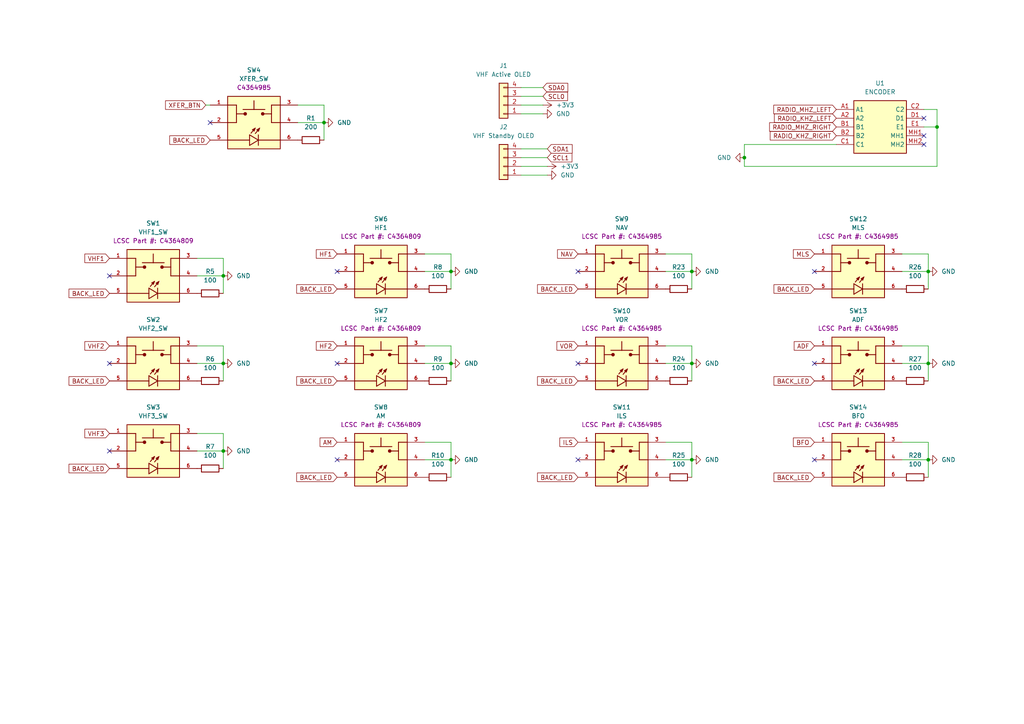
<source format=kicad_sch>
(kicad_sch (version 20250114) (generator "eeschema") (generator_version "9.0")
  (paper "A4")
  (lib_symbols
    (symbol "Connector_Generic:Conn_01x04" (pin_names (offset 1.016) (hide yes))
      (property "Reference" "J" (at 0 5.08 0))
      (property "Value" "Conn_01x04" (at 0 -7.62 0))
      (symbol "Conn_01x04_1_1"
        (rectangle (start -1.27 3.81) (end 1.27 -6.35) (stroke (width 0.254)) (fill (type background)))
        (rectangle (start -1.27 2.667) (end 0 2.413) (stroke (width 0.1524)))
        (rectangle (start -1.27 0.127) (end 0 -0.127) (stroke (width 0.1524)))
        (rectangle (start -1.27 -2.413) (end 0 -2.667) (stroke (width 0.1524)))
        (rectangle (start -1.27 -4.953) (end 0 -5.207) (stroke (width 0.1524)))
        (pin passive line (at -5.08 2.54 0) (length 3.81) (name "Pin_1") (number "1"))
        (pin passive line (at -5.08 0 0) (length 3.81) (name "Pin_2") (number "2"))
        (pin passive line (at -5.08 -2.54 0) (length 3.81) (name "Pin_3") (number "3"))
        (pin passive line (at -5.08 -5.08 0) (length 3.81) (name "Pin_4") (number "4"))
      )
    )
    (symbol "Device:R" (pin_numbers (hide yes)) (pin_names (offset 0))
      (property "Reference" "R" (at 2.032 0 90))
      (property "Value" "R" (at 0 0 90))
      (symbol "R_0_1"
        (rectangle (start -1.016 -2.54) (end 1.016 2.54) (stroke (width 0.254)))
      )
      (symbol "R_1_1"
        (pin passive line (at 0 3.81 270) (length 1.27) (name "~") (number "1"))
        (pin passive line (at 0 -3.81 90) (length 1.27) (name "~") (number "2"))
      )
    )
    (symbol "Simpanel:EC11EBB24C03"
      (property "Reference" "U1" (at 0 12.7 0))
      (property "Value" "EC11EBB24C03" (at 0 10.16 0))
      (symbol "EC11EBB24C03_0_0"
        (pin passive line (at -12.7 5.08 0) (length 5.08) (name "A1") (number "A1"))
        (pin passive line (at -12.7 2.54 0) (length 5.08) (name "A2") (number "A2"))
        (pin passive line (at -12.7 0 0) (length 5.08) (name "B1") (number "B1"))
        (pin passive line (at -12.7 -2.54 0) (length 5.08) (name "B2") (number "B2"))
        (pin passive line (at -12.7 -5.08 0) (length 5.08) (name "C1") (number "C1"))
        (pin passive line (at 12.7 2.54 180) (length 5.08) (name "D1") (number "D1"))
        (pin passive line (at 12.7 -5.08 180) (length 5.08) (name "MH2") (number "MH2"))
      )
      (symbol "EC11EBB24C03_1_0"
        (pin passive line (at 12.7 5.08 180) (length 5.08) (name "C2") (number "C2"))
        (pin passive line (at 12.7 0 180) (length 5.08) (name "E1") (number "E1"))
        (pin passive line (at 12.7 -2.54 180) (length 5.08) (name "MH1") (number "MH1"))
      )
      (symbol "EC11EBB24C03_1_1"
        (polyline (pts (xy -7.62 7.62) (xy 7.62 7.62) (xy 7.62 -7.62) (xy -7.62 -7.62) (xy -7.62 7.62)) (stroke (width 0.254)) (fill (type background)))
      )
    )
    (symbol "Simpanel:TL3240F260R" (pin_names (offset 1.016))
      (property "Reference" "S" (at -7.62 8.382 0))
      (property "Value" "TL3240F260R" (at -7.62 -10.16 0))
      (symbol "TL3240F260R_0_0"
        (polyline (pts (xy -7.62 5.08) (xy -5.08 5.08)) (stroke (width 0.254)))
        (rectangle (start -7.62 -7.62) (end 7.62 7.62) (stroke (width 0.254)) (fill (type background)))
        (polyline (pts (xy -5.08 5.08) (xy -5.08 2.54)) (stroke (width 0.254)))
        (polyline (pts (xy -5.08 2.54) (xy -5.08 0)) (stroke (width 0.254)))
        (polyline (pts (xy -5.08 2.54) (xy -2.54 2.54)) (stroke (width 0.254)))
        (polyline (pts (xy -5.08 0) (xy -7.62 0)) (stroke (width 0.254)))
        (polyline (pts (xy -3.175 3.81) (xy 0 3.81)) (stroke (width 0.254)))
        (circle (center -2.54 2.54) (radius 0.254) (stroke (width 0.508)))
        (polyline (pts (xy -1.27 -3.556) (xy -1.27 -5.08)) (stroke (width 0.254)))
        (polyline (pts (xy -1.27 -5.08) (xy -7.62 -5.08)) (stroke (width 0.254)))
        (polyline (pts (xy -1.27 -5.08) (xy -1.27 -6.604)) (stroke (width 0.254)))
        (polyline (pts (xy -1.27 -6.604) (xy 1.27 -5.08)) (stroke (width 0.254)))
        (polyline (pts (xy -0.508 -2.032) (xy 0.0635 -2.54) (xy 0.4445 -1.524) (xy -0.508 -2.032)) (stroke (width 0.1524)) (fill (type outline)))
        (polyline (pts (xy 0 6.35) (xy 0 3.81)) (stroke (width 0.254)))
        (polyline (pts (xy 0 3.81) (xy 3.175 3.81)) (stroke (width 0.254)))
        (polyline (pts (xy 0.2794 -1.6764) (xy -0.8636 -3.0734)) (stroke (width 0.254)))
        (polyline (pts (xy 0.762 -2.0955) (xy 1.3335 -2.6035) (xy 1.7145 -1.524) (xy 0.762 -2.0955)) (stroke (width 0.1524)) (fill (type outline)))
        (polyline (pts (xy 1.27 -3.556) (xy 1.27 -5.08)) (stroke (width 0.254)))
        (polyline (pts (xy 1.27 -5.08) (xy -1.27 -3.556)) (stroke (width 0.254)))
        (polyline (pts (xy 1.27 -5.08) (xy 1.27 -6.604)) (stroke (width 0.254)))
        (polyline (pts (xy 1.524 -1.778) (xy 0.381 -3.175)) (stroke (width 0.254)))
        (circle (center 2.54 2.54) (radius 0.254) (stroke (width 0.508)))
        (polyline (pts (xy 5.08 5.08) (xy 5.08 2.54)) (stroke (width 0.254)))
        (polyline (pts (xy 5.08 2.54) (xy 2.54 2.54)) (stroke (width 0.254)))
        (polyline (pts (xy 5.08 2.54) (xy 5.08 0)) (stroke (width 0.254)))
        (polyline (pts (xy 5.08 0) (xy 7.62 0)) (stroke (width 0.254)))
        (polyline (pts (xy 7.62 5.08) (xy 5.08 5.08)) (stroke (width 0.254)))
        (polyline (pts (xy 7.62 -5.08) (xy 1.27 -5.08)) (stroke (width 0.254)))
        (pin passive line (at -12.7 5.08 0) (length 5.08) (name "~") (number "1"))
        (pin passive line (at -12.7 0 0) (length 5.08) (name "~") (number "2"))
        (pin passive line (at -12.7 -5.08 0) (length 5.08) (name "~") (number "5"))
        (pin passive line (at 12.7 5.08 180) (length 5.08) (name "~") (number "3"))
        (pin passive line (at 12.7 0 180) (length 5.08) (name "~") (number "4"))
        (pin passive line (at 12.7 -5.08 180) (length 5.08) (name "~") (number "6"))
      )
    )
    (symbol "power:+3V3" (power) (pin_numbers (hide yes)) (pin_names (offset 0) (hide yes))
      (property "Value" "+3V3" (at 0 3.556 0))
      (symbol "+3V3_0_1"
        (polyline (pts (xy -0.762 1.27) (xy 0 2.54)))
        (polyline (pts (xy 0 2.54) (xy 0.762 1.27)))
        (polyline (pts (xy 0 0) (xy 0 2.54)))
      )
      (symbol "+3V3_1_1"
        (pin power_in line (at 0 0 90) (length 0) (name "~") (number "1"))
      )
    )
    (symbol "power:GND" (power) (pin_numbers (hide yes)) (pin_names (offset 0) (hide yes))
      (property "Value" "GND" (at 0 -3.81 0))
      (symbol "GND_0_1"
        (polyline (pts (xy 0 0) (xy 0 -1.27) (xy 1.27 -1.27) (xy 0 -2.54) (xy -1.27 -1.27) (xy 0 -1.27)))
      )
      (symbol "GND_1_1"
        (pin power_in line (at 0 0 270) (length 0) (name "~") (number "1"))
      )
    )
  )
  (junction (at 130.81 78.74))
  (junction (at 93.98 35.56))
  (junction (at 269.24 105.41))
  (junction (at 269.24 133.35))
  (junction (at 269.24 78.74))
  (junction (at 64.77 105.41))
  (junction (at 271.78 36.83))
  (junction (at 64.77 130.81))
  (junction (at 130.81 105.41))
  (junction (at 200.66 133.35))
  (junction (at 130.81 133.35))
  (junction (at 200.66 78.74))
  (junction (at 200.66 105.41))
  (junction (at 64.77 80.01))
  (junction (at 215.9 45.72))
  (no_connect (at 97.79 133.35))
  (no_connect (at 97.79 78.74))
  (no_connect (at 236.22 133.35))
  (no_connect (at 60.96 35.56))
  (no_connect (at 267.97 39.37))
  (no_connect (at 31.75 105.41))
  (no_connect (at 167.64 133.35))
  (no_connect (at 31.75 80.01))
  (no_connect (at 236.22 105.41))
  (no_connect (at 97.79 105.41))
  (no_connect (at 267.97 41.91))
  (no_connect (at 167.64 105.41))
  (no_connect (at 267.97 34.29))
  (no_connect (at 167.64 78.74))
  (no_connect (at 236.22 78.74))
  (no_connect (at 31.75 130.81))
  (wire (pts (xy 57.15 80.01) (xy 64.77 80.01)))
  (wire (pts (xy 158.75 45.72) (xy 151.13 45.72)))
  (wire (pts (xy 86.36 35.56) (xy 93.98 35.56)))
  (wire (pts (xy 193.04 128.27) (xy 200.66 128.27)))
  (wire (pts (xy 123.19 78.74) (xy 130.81 78.74)))
  (wire (pts (xy 64.77 100.33) (xy 64.77 105.41)))
  (wire (pts (xy 151.13 33.02) (xy 157.48 33.02)))
  (wire (pts (xy 93.98 30.48) (xy 93.98 35.56)))
  (wire (pts (xy 267.97 31.75) (xy 271.78 31.75)))
  (wire (pts (xy 193.04 133.35) (xy 200.66 133.35)))
  (wire (pts (xy 130.81 128.27) (xy 130.81 133.35)))
  (wire (pts (xy 64.77 80.01) (xy 64.77 85.09)))
  (wire (pts (xy 269.24 105.41) (xy 269.24 110.49)))
  (wire (pts (xy 200.66 78.74) (xy 200.66 83.82)))
  (wire (pts (xy 57.15 74.93) (xy 64.77 74.93)))
  (wire (pts (xy 130.81 105.41) (xy 130.81 110.49)))
  (wire (pts (xy 64.77 125.73) (xy 64.77 130.81)))
  (wire (pts (xy 215.9 41.91) (xy 215.9 45.72)))
  (wire (pts (xy 123.19 128.27) (xy 130.81 128.27)))
  (wire (pts (xy 157.48 25.4) (xy 151.13 25.4)))
  (wire (pts (xy 261.62 78.74) (xy 269.24 78.74)))
  (wire (pts (xy 200.66 100.33) (xy 200.66 105.41)))
  (wire (pts (xy 267.97 36.83) (xy 271.78 36.83)))
  (wire (pts (xy 157.48 30.48) (xy 151.13 30.48)))
  (wire (pts (xy 200.66 128.27) (xy 200.66 133.35)))
  (wire (pts (xy 193.04 73.66) (xy 200.66 73.66)))
  (wire (pts (xy 123.19 105.41) (xy 130.81 105.41)))
  (wire (pts (xy 130.81 73.66) (xy 130.81 78.74)))
  (wire (pts (xy 269.24 100.33) (xy 269.24 105.41)))
  (wire (pts (xy 158.75 43.18) (xy 151.13 43.18)))
  (wire (pts (xy 57.15 125.73) (xy 64.77 125.73)))
  (wire (pts (xy 193.04 100.33) (xy 200.66 100.33)))
  (wire (pts (xy 261.62 100.33) (xy 269.24 100.33)))
  (wire (pts (xy 269.24 133.35) (xy 269.24 138.43)))
  (wire (pts (xy 57.15 130.81) (xy 64.77 130.81)))
  (wire (pts (xy 123.19 133.35) (xy 130.81 133.35)))
  (wire (pts (xy 64.77 130.81) (xy 64.77 135.89)))
  (wire (pts (xy 193.04 105.41) (xy 200.66 105.41)))
  (wire (pts (xy 158.75 48.26) (xy 151.13 48.26)))
  (wire (pts (xy 269.24 128.27) (xy 269.24 133.35)))
  (wire (pts (xy 57.15 100.33) (xy 64.77 100.33)))
  (wire (pts (xy 269.24 78.74) (xy 269.24 83.82)))
  (wire (pts (xy 200.66 105.41) (xy 200.66 110.49)))
  (wire (pts (xy 64.77 74.93) (xy 64.77 80.01)))
  (wire (pts (xy 123.19 73.66) (xy 130.81 73.66)))
  (wire (pts (xy 242.57 41.91) (xy 215.9 41.91)))
  (wire (pts (xy 261.62 133.35) (xy 269.24 133.35)))
  (wire (pts (xy 59.69 30.48) (xy 60.96 30.48)))
  (wire (pts (xy 123.19 100.33) (xy 130.81 100.33)))
  (wire (pts (xy 261.62 128.27) (xy 269.24 128.27)))
  (wire (pts (xy 193.04 78.74) (xy 200.66 78.74)))
  (wire (pts (xy 57.15 105.41) (xy 64.77 105.41)))
  (wire (pts (xy 200.66 73.66) (xy 200.66 78.74)))
  (wire (pts (xy 93.98 35.56) (xy 93.98 40.64)))
  (wire (pts (xy 271.78 31.75) (xy 271.78 36.83)))
  (wire (pts (xy 215.9 45.72) (xy 215.9 48.26)))
  (wire (pts (xy 151.13 50.8) (xy 158.75 50.8)))
  (wire (pts (xy 271.78 36.83) (xy 271.78 48.26)))
  (wire (pts (xy 130.81 78.74) (xy 130.81 83.82)))
  (wire (pts (xy 261.62 73.66) (xy 269.24 73.66)))
  (wire (pts (xy 130.81 133.35) (xy 130.81 138.43)))
  (wire (pts (xy 271.78 48.26) (xy 215.9 48.26)))
  (wire (pts (xy 157.48 27.94) (xy 151.13 27.94)))
  (wire (pts (xy 200.66 133.35) (xy 200.66 138.43)))
  (wire (pts (xy 269.24 73.66) (xy 269.24 78.74)))
  (wire (pts (xy 261.62 105.41) (xy 269.24 105.41)))
  (wire (pts (xy 64.77 105.41) (xy 64.77 110.49)))
  (wire (pts (xy 130.81 100.33) (xy 130.81 105.41)))
  (wire (pts (xy 86.36 30.48) (xy 93.98 30.48)))
  (global_label "SCL0" (shape input) (at 157.48 27.94 0) (property "Intersheetrefs" "${INTERSHEET_REFS}" (effects (hide yes))))
  (global_label "HF2" (shape input) (at 97.79 100.33 180) (property "Intersheetrefs" "${INTERSHEET_REFS}" (effects (hide yes))))
  (global_label "BACK_LED" (shape input) (at 236.22 83.82 180) (property "Intersheetrefs" "${INTERSHEET_REFS}" (effects (hide yes))))
  (global_label "RADIO_KHZ_LEFT" (shape input) (at 242.57 34.29 180) (property "Intersheetrefs" "${INTERSHEET_REFS}" (effects (hide yes))))
  (global_label "BACK_LED" (shape input) (at 167.64 110.49 180) (property "Intersheetrefs" "${INTERSHEET_REFS}" (effects (hide yes))))
  (global_label "BACK_LED" (shape input) (at 236.22 138.43 180) (property "Intersheetrefs" "${INTERSHEET_REFS}" (effects (hide yes))))
  (global_label "BACK_LED" (shape input) (at 97.79 110.49 180) (property "Intersheetrefs" "${INTERSHEET_REFS}" (effects (hide yes))))
  (global_label "BACK_LED" (shape input) (at 97.79 83.82 180) (property "Intersheetrefs" "${INTERSHEET_REFS}" (effects (hide yes))))
  (global_label "BACK_LED" (shape input) (at 31.75 110.49 180) (property "Intersheetrefs" "${INTERSHEET_REFS}" (effects (hide yes))))
  (global_label "BFO" (shape input) (at 236.22 128.27 180) (property "Intersheetrefs" "${INTERSHEET_REFS}" (effects (hide yes))))
  (global_label "BACK_LED" (shape input) (at 97.79 138.43 180) (property "Intersheetrefs" "${INTERSHEET_REFS}" (effects (hide yes))))
  (global_label "VHF2" (shape input) (at 31.75 100.33 180) (property "Intersheetrefs" "${INTERSHEET_REFS}" (effects (hide yes))))
  (global_label "ADF" (shape input) (at 236.22 100.33 180) (property "Intersheetrefs" "${INTERSHEET_REFS}" (effects (hide yes))))
  (global_label "VHF1" (shape input) (at 31.75 74.93 180) (property "Intersheetrefs" "${INTERSHEET_REFS}" (effects (hide yes))))
  (global_label "SCL1" (shape input) (at 158.75 45.72 0) (property "Intersheetrefs" "${INTERSHEET_REFS}" (effects (hide yes))))
  (global_label "AM" (shape input) (at 97.79 128.27 180) (property "Intersheetrefs" "${INTERSHEET_REFS}" (effects (hide yes))))
  (global_label "BACK_LED" (shape input) (at 31.75 85.09 180) (property "Intersheetrefs" "${INTERSHEET_REFS}" (effects (hide yes))))
  (global_label "BACK_LED" (shape input) (at 236.22 110.49 180) (property "Intersheetrefs" "${INTERSHEET_REFS}" (effects (hide yes))))
  (global_label "ILS" (shape input) (at 167.64 128.27 180) (property "Intersheetrefs" "${INTERSHEET_REFS}" (effects (hide yes))))
  (global_label "NAV" (shape input) (at 167.64 73.66 180) (property "Intersheetrefs" "${INTERSHEET_REFS}" (effects (hide yes))))
  (global_label "RADIO_MHZ_RIGHT" (shape input) (at 242.57 36.83 180) (property "Intersheetrefs" "${INTERSHEET_REFS}" (effects (hide yes))))
  (global_label "HF1" (shape input) (at 97.79 73.66 180) (property "Intersheetrefs" "${INTERSHEET_REFS}" (effects (hide yes))))
  (global_label "SDA1" (shape input) (at 158.75 43.18 0) (property "Intersheetrefs" "${INTERSHEET_REFS}" (effects (hide yes))))
  (global_label "VOR" (shape input) (at 167.64 100.33 180) (property "Intersheetrefs" "${INTERSHEET_REFS}" (effects (hide yes))))
  (global_label "RADIO_MHZ_LEFT" (shape input) (at 242.57 31.75 180) (property "Intersheetrefs" "${INTERSHEET_REFS}" (effects (hide yes))))
  (global_label "VHF3" (shape input) (at 31.75 125.73 180) (property "Intersheetrefs" "${INTERSHEET_REFS}" (effects (hide yes))))
  (global_label "XFER_BTN" (shape input) (at 59.69 30.48 180) (property "Intersheetrefs" "${INTERSHEET_REFS}" (effects (hide yes))))
  (global_label "BACK_LED" (shape input) (at 60.96 40.64 180) (property "Intersheetrefs" "${INTERSHEET_REFS}" (effects (hide yes))))
  (global_label "SDA0" (shape input) (at 157.48 25.4 0) (property "Intersheetrefs" "${INTERSHEET_REFS}" (effects (hide yes))))
  (global_label "MLS" (shape input) (at 236.22 73.66 180) (property "Intersheetrefs" "${INTERSHEET_REFS}" (effects (hide yes))))
  (global_label "RADIO_KHZ_RIGHT" (shape input) (at 242.57 39.37 180) (property "Intersheetrefs" "${INTERSHEET_REFS}" (effects (hide yes))))
  (global_label "BACK_LED" (shape input) (at 31.75 135.89 180) (property "Intersheetrefs" "${INTERSHEET_REFS}" (effects (hide yes))))
  (global_label "BACK_LED" (shape input) (at 167.64 138.43 180) (property "Intersheetrefs" "${INTERSHEET_REFS}" (effects (hide yes))))
  (global_label "BACK_LED" (shape input) (at 167.64 83.82 180) (property "Intersheetrefs" "${INTERSHEET_REFS}" (effects (hide yes))))
  (symbol (lib_id "Device:R") (at 60.96 135.89 90) (unit 1)
    (property "Reference" "R7" (at 60.96 129.54 90))
    (property "Value" "100" (at 60.96 132.08 90))
    (property "Footprint" "Resistor_SMD:R_1206_3216Metric_Pad1.30x1.75mm_HandSolder" (effects (hide yes)))
    (property "Description" "Resistor" (effects (hide yes)))
  )
  (symbol (lib_id "Device:R") (at 265.43 83.82 90) (unit 1)
    (property "Reference" "R26" (at 265.43 77.47 90))
    (property "Value" "100" (at 265.43 80.01 90))
    (property "Footprint" "Resistor_SMD:R_1206_3216Metric_Pad1.30x1.75mm_HandSolder" (effects (hide yes)))
    (property "Description" "Resistor" (effects (hide yes)))
  )
  (symbol (lib_id "power:+3V3") (at 157.48 30.48 270) (unit 1)
    (property "Reference" "#PWR050" (effects (hide yes)))
    (property "Value" "+3V3" (at 161.29 30.4799 90) (effects (justify left)))
    (property "Description" "Power symbol creates a global label with name \"+3V3\"" (effects (hide yes)))
  )
  (symbol (lib_id "Device:R") (at 127 83.82 90) (unit 1)
    (property "Reference" "R8" (at 127 77.47 90))
    (property "Value" "100" (at 127 80.01 90))
    (property "Footprint" "Resistor_SMD:R_1206_3216Metric_Pad1.30x1.75mm_HandSolder" (effects (hide yes)))
    (property "Description" "Resistor" (effects (hide yes)))
  )
  (symbol (lib_id "Device:R") (at 265.43 110.49 90) (unit 1)
    (property "Reference" "R27" (at 265.43 104.14 90))
    (property "Value" "100" (at 265.43 106.68 90))
    (property "Footprint" "Resistor_SMD:R_1206_3216Metric_Pad1.30x1.75mm_HandSolder" (effects (hide yes)))
    (property "Description" "Resistor" (effects (hide yes)))
  )
  (symbol (lib_id "Simpanel:TL3240F260R") (at 110.49 78.74 0) (unit 1)
    (property "Reference" "SW6" (at 110.49 63.5 0))
    (property "Value" "HF1" (at 110.49 66.04 0))
    (property "Footprint" "SimPanel:SW_TL3240F260R" (effects (hide yes)))
    (property "Datasheet" "https://www.e-switch.com/wp-content/uploads/2022/06/TL6275.pdf" (effects (hide yes)))
    (property "Description" "Push button switch with LED" (effects (hide yes)))
    (property "LCSC Part #" "C4364809" (at 110.49 68.58 0) (show_name yes))
    (property "MF" "E-Switch" (effects (hide yes)))
    (property "MAXIMUM_PACKAGE_HEIGHT" "8.05mm" (effects (hide yes)))
    (property "Package" "None" (effects (hide yes)))
    (property "Price" "None" (effects (hide yes)))
    (property "Check_prices" "https://www.snapeda.com/parts/TL3240F260R/E-Switch/view-part/?ref=eda" (effects (hide yes)))
    (property "STANDARD" "Manufacturer Recommendations" (effects (hide yes)))
    (property "PARTREV" "D" (effects (hide yes)))
    (property "SnapEDA_Link" "https://www.snapeda.com/parts/TL3240F260R/E-Switch/view-part/?ref=snap" (effects (hide yes)))
    (property "MP" "TL3240F260R" (effects (hide yes)))
    (property "Description_1" "\nTactile Switch SPST-NO Top Actuated Surface Mount\n" (effects (hide yes)))
    (property "Availability" "In Stock" (effects (hide yes)))
    (property "MANUFACTURER" "E-Switch" (effects (hide yes)))
  )
  (symbol (lib_id "Device:R") (at 90.17 40.64 270) (unit 1)
    (property "Reference" "R1" (at 90.17 34.29 90))
    (property "Value" "200" (at 90.17 36.83 90))
    (property "Footprint" "Resistor_SMD:R_1206_3216Metric_Pad1.30x1.75mm_HandSolder" (effects (hide yes)))
    (property "Description" "Resistor" (effects (hide yes)))
  )
  (symbol (lib_id "Simpanel:TL3240F260R") (at 110.49 105.41 0) (unit 1)
    (property "Reference" "SW7" (at 110.49 90.17 0))
    (property "Value" "HF2" (at 110.49 92.71 0))
    (property "Footprint" "SimPanel:SW_TL3240F260R" (effects (hide yes)))
    (property "Datasheet" "https://www.e-switch.com/wp-content/uploads/2022/06/TL6275.pdf" (effects (hide yes)))
    (property "Description" "Push button switch with LED" (effects (hide yes)))
    (property "LCSC Part #" "C4364809" (at 110.49 95.25 0) (show_name yes))
    (property "MF" "E-Switch" (effects (hide yes)))
    (property "MAXIMUM_PACKAGE_HEIGHT" "8.05mm" (effects (hide yes)))
    (property "Package" "None" (effects (hide yes)))
    (property "Price" "None" (effects (hide yes)))
    (property "Check_prices" "https://www.snapeda.com/parts/TL3240F260R/E-Switch/view-part/?ref=eda" (effects (hide yes)))
    (property "STANDARD" "Manufacturer Recommendations" (effects (hide yes)))
    (property "PARTREV" "D" (effects (hide yes)))
    (property "SnapEDA_Link" "https://www.snapeda.com/parts/TL3240F260R/E-Switch/view-part/?ref=snap" (effects (hide yes)))
    (property "MP" "TL3240F260R" (effects (hide yes)))
    (property "Description_1" "\nTactile Switch SPST-NO Top Actuated Surface Mount\n" (effects (hide yes)))
    (property "Availability" "In Stock" (effects (hide yes)))
    (property "MANUFACTURER" "E-Switch" (effects (hide yes)))
  )
  (symbol (lib_id "power:GND") (at 130.81 78.74 90) (unit 1)
    (property "Reference" "#PWR023" (effects (hide yes)))
    (property "Value" "GND" (at 134.62 78.7399 90) (effects (justify right)))
    (property "Description" "Power symbol creates a global label with name \"GND\" , ground" (effects (hide yes)))
  )
  (symbol (lib_id "Device:R") (at 127 138.43 90) (unit 1)
    (property "Reference" "R10" (at 127 132.08 90))
    (property "Value" "100" (at 127 134.62 90))
    (property "Footprint" "Resistor_SMD:R_1206_3216Metric_Pad1.30x1.75mm_HandSolder" (effects (hide yes)))
    (property "Description" "Resistor" (effects (hide yes)))
  )
  (symbol (lib_id "Simpanel:TL3240F260R") (at 44.45 80.01 0) (unit 1)
    (property "Reference" "SW1" (at 44.45 64.77 0))
    (property "Value" "VHF1_SW" (at 44.45 67.31 0))
    (property "Footprint" "SimPanel:SW_TL3240F260R" (effects (hide yes)))
    (property "Datasheet" "https://www.e-switch.com/wp-content/uploads/2022/06/TL6275.pdf" (effects (hide yes)))
    (property "Description" "Push button switch with LED" (effects (hide yes)))
    (property "LCSC Part #" "C4364809" (at 44.45 69.85 0) (show_name yes))
    (property "MF" "E-Switch" (effects (hide yes)))
    (property "MAXIMUM_PACKAGE_HEIGHT" "8.05mm" (effects (hide yes)))
    (property "Package" "None" (effects (hide yes)))
    (property "Price" "None" (effects (hide yes)))
    (property "Check_prices" "https://www.snapeda.com/parts/TL3240F260R/E-Switch/view-part/?ref=eda" (effects (hide yes)))
    (property "STANDARD" "Manufacturer Recommendations" (effects (hide yes)))
    (property "PARTREV" "D" (effects (hide yes)))
    (property "SnapEDA_Link" "https://www.snapeda.com/parts/TL3240F260R/E-Switch/view-part/?ref=snap" (effects (hide yes)))
    (property "MP" "TL3240F260R" (effects (hide yes)))
    (property "Description_1" "\nTactile Switch SPST-NO Top Actuated Surface Mount\n" (effects (hide yes)))
    (property "Availability" "In Stock" (effects (hide yes)))
    (property "MANUFACTURER" "E-Switch" (effects (hide yes)))
  )
  (symbol (lib_id "Device:R") (at 265.43 138.43 90) (unit 1)
    (property "Reference" "R28" (at 265.43 132.08 90))
    (property "Value" "100" (at 265.43 134.62 90))
    (property "Footprint" "Resistor_SMD:R_1206_3216Metric_Pad1.30x1.75mm_HandSolder" (effects (hide yes)))
    (property "Description" "Resistor" (effects (hide yes)))
  )
  (symbol (lib_id "power:GND") (at 269.24 78.74 90) (unit 1)
    (property "Reference" "#PWR031" (effects (hide yes)))
    (property "Value" "GND" (at 273.05 78.7399 90) (effects (justify right)))
    (property "Description" "Power symbol creates a global label with name \"GND\" , ground" (effects (hide yes)))
  )
  (symbol (lib_id "Simpanel:TL3240F260R") (at 180.34 105.41 0) (unit 1)
    (property "Reference" "SW10" (at 180.34 90.17 0))
    (property "Value" "VOR" (at 180.34 92.71 0))
    (property "Footprint" "SimPanel:SW_TL3240F260R" (effects (hide yes)))
    (property "Datasheet" "https://www.e-switch.com/wp-content/uploads/2022/06/TL6275.pdf" (effects (hide yes)))
    (property "Description" "Push button switch with LED" (effects (hide yes)))
    (property "LCSC Part #" "C4364985" (at 180.34 95.25 0) (show_name yes))
    (property "MF" "E-Switch" (effects (hide yes)))
    (property "MAXIMUM_PACKAGE_HEIGHT" "8.05mm" (effects (hide yes)))
    (property "Package" "None" (effects (hide yes)))
    (property "Price" "None" (effects (hide yes)))
    (property "Check_prices" "https://www.snapeda.com/parts/TL3240F260R/E-Switch/view-part/?ref=eda" (effects (hide yes)))
    (property "STANDARD" "Manufacturer Recommendations" (effects (hide yes)))
    (property "PARTREV" "D" (effects (hide yes)))
    (property "SnapEDA_Link" "https://www.snapeda.com/parts/TL3240F260R/E-Switch/view-part/?ref=snap" (effects (hide yes)))
    (property "MP" "TL3240F260R" (effects (hide yes)))
    (property "Description_1" "\nTactile Switch SPST-NO Top Actuated Surface Mount\n" (effects (hide yes)))
    (property "Availability" "In Stock" (effects (hide yes)))
    (property "MANUFACTURER" "E-Switch" (effects (hide yes)))
  )
  (symbol (lib_id "power:GND") (at 130.81 105.41 90) (unit 1)
    (property "Reference" "#PWR022" (effects (hide yes)))
    (property "Value" "GND" (at 134.62 105.4099 90) (effects (justify right)))
    (property "Description" "Power symbol creates a global label with name \"GND\" , ground" (effects (hide yes)))
  )
  (symbol (lib_id "Simpanel:TL3240F260R") (at 44.45 105.41 0) (unit 1)
    (property "Reference" "SW2" (at 44.45 92.71 0))
    (property "Value" "VHF2_SW" (at 44.45 95.25 0))
    (property "Footprint" "SimPanel:SW_TL3240F260R" (effects (hide yes)))
    (property "Datasheet" "https://www.e-switch.com/wp-content/uploads/2022/06/TL6275.pdf" (effects (hide yes)))
    (property "Description" "Push button switch with LED" (effects (hide yes)))
    (property "LCSC Part #" "C4364809" (effects (hide yes)))
    (property "MF" "E-Switch" (effects (hide yes)))
    (property "MAXIMUM_PACKAGE_HEIGHT" "8.05mm" (effects (hide yes)))
    (property "Package" "None" (effects (hide yes)))
    (property "Price" "None" (effects (hide yes)))
    (property "Check_prices" "https://www.snapeda.com/parts/TL3240F260R/E-Switch/view-part/?ref=eda" (effects (hide yes)))
    (property "STANDARD" "Manufacturer Recommendations" (effects (hide yes)))
    (property "PARTREV" "D" (effects (hide yes)))
    (property "SnapEDA_Link" "https://www.snapeda.com/parts/TL3240F260R/E-Switch/view-part/?ref=snap" (effects (hide yes)))
    (property "MP" "TL3240F260R" (effects (hide yes)))
    (property "Description_1" "\nTactile Switch SPST-NO Top Actuated Surface Mount\n" (effects (hide yes)))
    (property "Availability" "In Stock" (effects (hide yes)))
    (property "MANUFACTURER" "E-Switch" (effects (hide yes)))
  )
  (symbol (lib_id "power:GND") (at 215.9 45.72 270) (unit 1)
    (property "Reference" "#PWR032" (effects (hide yes)))
    (property "Value" "GND" (at 212.09 45.7199 90) (effects (justify right)))
    (property "Description" "Power symbol creates a global label with name \"GND\" , ground" (effects (hide yes)))
  )
  (symbol (lib_id "power:GND") (at 200.66 78.74 90) (unit 1)
    (property "Reference" "#PWR024" (effects (hide yes)))
    (property "Value" "GND" (at 204.47 78.7399 90) (effects (justify right)))
    (property "Description" "Power symbol creates a global label with name \"GND\" , ground" (effects (hide yes)))
  )
  (symbol (lib_id "Connector_Generic:Conn_01x04") (at 146.05 30.48 180) (unit 1)
    (property "Reference" "J1" (at 146.05 19.05 0))
    (property "Value" "VHF Active OLED" (at 146.05 21.59 0))
    (property "Footprint" "Connector_PinSocket_2.54mm:PinSocket_1x04_P2.54mm_Vertical" (effects (hide yes)))
  )
  (symbol (lib_id "power:GND") (at 157.48 33.02 90) (unit 1)
    (property "Reference" "#PWR026" (effects (hide yes)))
    (property "Value" "GND" (at 161.29 33.0199 90) (effects (justify right)))
    (property "Description" "Power symbol creates a global label with name \"GND\" , ground" (effects (hide yes)))
  )
  (symbol (lib_id "Device:R") (at 196.85 138.43 90) (unit 1)
    (property "Reference" "R25" (at 196.85 132.08 90))
    (property "Value" "100" (at 196.85 134.62 90))
    (property "Footprint" "Resistor_SMD:R_1206_3216Metric_Pad1.30x1.75mm_HandSolder" (effects (hide yes)))
    (property "Description" "Resistor" (effects (hide yes)))
  )
  (symbol (lib_id "power:GND") (at 130.81 133.35 90) (unit 1)
    (property "Reference" "#PWR021" (effects (hide yes)))
    (property "Value" "GND" (at 134.62 133.3499 90) (effects (justify right)))
    (property "Description" "Power symbol creates a global label with name \"GND\" , ground" (effects (hide yes)))
  )
  (symbol (lib_id "Device:R") (at 60.96 85.09 90) (unit 1)
    (property "Reference" "R5" (at 60.96 78.74 90))
    (property "Value" "100" (at 60.96 81.28 90))
    (property "Footprint" "Resistor_SMD:R_1206_3216Metric_Pad1.30x1.75mm_HandSolder" (effects (hide yes)))
    (property "Description" "Resistor" (effects (hide yes)))
  )
  (symbol (lib_id "Device:R") (at 196.85 83.82 90) (unit 1)
    (property "Reference" "R23" (at 196.85 77.47 90))
    (property "Value" "100" (at 196.85 80.01 90))
    (property "Footprint" "Resistor_SMD:R_1206_3216Metric_Pad1.30x1.75mm_HandSolder" (effects (hide yes)))
    (property "Description" "Resistor" (effects (hide yes)))
  )
  (symbol (lib_id "Device:R") (at 196.85 110.49 90) (unit 1)
    (property "Reference" "R24" (at 196.85 104.14 90))
    (property "Value" "100" (at 196.85 106.68 90))
    (property "Footprint" "Resistor_SMD:R_1206_3216Metric_Pad1.30x1.75mm_HandSolder" (effects (hide yes)))
    (property "Description" "Resistor" (effects (hide yes)))
  )
  (symbol (lib_id "Simpanel:EC11EBB24C03") (at 255.27 36.83 0) (unit 1)
    (property "Reference" "U1" (at 255.27 24.13 0))
    (property "Value" "ENCODER" (at 255.27 26.67 0))
    (property "Footprint" "SimPanel:EC11EBB24C03" (effects (hide yes)))
    (property "Datasheet" "https://componentsearchengine.com/Datasheets/2/EC11EBB24C03.pdf" (effects (hide yes)))
    (property "Description" "Alps 15 Pulse Incremental Mechanical Rotary Encoder with a 3.5 (Inner Shaft) mm, 6 (Outer Shaft) mm" (effects (hide yes)))
    (property "Height" "33" (effects (hide yes)))
    (property "Manufacturer_Name" "ALPS Electric" (effects (hide yes)))
    (property "Manufacturer_Part_Number" "EC11EBB24C03" (effects (hide yes)))
    (property "Mouser Part Number" "688-EC11EBB24C03" (effects (hide yes)))
    (property "Mouser Price/Stock" "https://www.mouser.co.uk/ProductDetail/Alps-Alpine/EC11EBB24C03?qs=m0BA540hBPc5hAJ6UyzIrA%3D%3D" (effects (hide yes)))
    (property "MobiFlight_Shop" "https://shop.mobiflight.com/product/dual-rotary-encoder" (effects (hide yes)))
  )
  (symbol (lib_id "power:GND") (at 200.66 105.41 90) (unit 1)
    (property "Reference" "#PWR027" (effects (hide yes)))
    (property "Value" "GND" (at 204.47 105.4099 90) (effects (justify right)))
    (property "Description" "Power symbol creates a global label with name \"GND\" , ground" (effects (hide yes)))
  )
  (symbol (lib_id "Device:R") (at 60.96 110.49 90) (unit 1)
    (property "Reference" "R6" (at 60.96 104.14 90))
    (property "Value" "100" (at 60.96 106.68 90))
    (property "Footprint" "Resistor_SMD:R_1206_3216Metric_Pad1.30x1.75mm_HandSolder" (effects (hide yes)))
    (property "Description" "Resistor" (effects (hide yes)))
  )
  (symbol (lib_id "Connector_Generic:Conn_01x04") (at 146.05 48.26 180) (unit 1)
    (property "Reference" "J2" (at 146.05 36.83 0))
    (property "Value" "VHF Standby OLED" (at 146.05 39.37 0))
    (property "Footprint" "Connector_PinSocket_2.54mm:PinSocket_1x04_P2.54mm_Vertical" (effects (hide yes)))
  )
  (symbol (lib_id "Simpanel:TL3240F260R") (at 180.34 133.35 0) (unit 1)
    (property "Reference" "SW11" (at 180.34 118.11 0))
    (property "Value" "ILS" (at 180.34 120.65 0))
    (property "Footprint" "SimPanel:SW_TL3240F260R" (effects (hide yes)))
    (property "Datasheet" "https://www.e-switch.com/wp-content/uploads/2022/06/TL6275.pdf" (effects (hide yes)))
    (property "Description" "Push button switch with LED" (effects (hide yes)))
    (property "LCSC Part #" "C4364985" (at 180.34 123.19 0) (show_name yes))
    (property "MF" "E-Switch" (effects (hide yes)))
    (property "MAXIMUM_PACKAGE_HEIGHT" "8.05mm" (effects (hide yes)))
    (property "Package" "None" (effects (hide yes)))
    (property "Price" "None" (effects (hide yes)))
    (property "Check_prices" "https://www.snapeda.com/parts/TL3240F260R/E-Switch/view-part/?ref=eda" (effects (hide yes)))
    (property "STANDARD" "Manufacturer Recommendations" (effects (hide yes)))
    (property "PARTREV" "D" (effects (hide yes)))
    (property "SnapEDA_Link" "https://www.snapeda.com/parts/TL3240F260R/E-Switch/view-part/?ref=snap" (effects (hide yes)))
    (property "MP" "TL3240F260R" (effects (hide yes)))
    (property "Description_1" "\nTactile Switch SPST-NO Top Actuated Surface Mount\n" (effects (hide yes)))
    (property "Availability" "In Stock" (effects (hide yes)))
    (property "MANUFACTURER" "E-Switch" (effects (hide yes)))
  )
  (symbol (lib_id "Simpanel:TL3240F260R") (at 248.92 133.35 0) (unit 1)
    (property "Reference" "SW14" (at 248.92 118.11 0))
    (property "Value" "BFO" (at 248.92 120.65 0))
    (property "Footprint" "SimPanel:SW_TL3240F260R" (effects (hide yes)))
    (property "Datasheet" "https://www.e-switch.com/wp-content/uploads/2022/06/TL6275.pdf" (effects (hide yes)))
    (property "Description" "Push button switch with LED" (effects (hide yes)))
    (property "LCSC Part #" "C4364985" (at 248.92 123.19 0) (show_name yes))
    (property "MF" "E-Switch" (effects (hide yes)))
    (property "MAXIMUM_PACKAGE_HEIGHT" "8.05mm" (effects (hide yes)))
    (property "Package" "None" (effects (hide yes)))
    (property "Price" "None" (effects (hide yes)))
    (property "Check_prices" "https://www.snapeda.com/parts/TL3240F260R/E-Switch/view-part/?ref=eda" (effects (hide yes)))
    (property "STANDARD" "Manufacturer Recommendations" (effects (hide yes)))
    (property "PARTREV" "D" (effects (hide yes)))
    (property "SnapEDA_Link" "https://www.snapeda.com/parts/TL3240F260R/E-Switch/view-part/?ref=snap" (effects (hide yes)))
    (property "MP" "TL3240F260R" (effects (hide yes)))
    (property "Description_1" "\nTactile Switch SPST-NO Top Actuated Surface Mount\n" (effects (hide yes)))
    (property "Availability" "In Stock" (effects (hide yes)))
    (property "MANUFACTURER" "E-Switch" (effects (hide yes)))
  )
  (symbol (lib_id "Simpanel:TL3240F260R") (at 73.66 35.56 0) (unit 1)
    (property "Reference" "SW4" (at 73.66 20.32 0))
    (property "Value" "XFER_SW" (at 73.66 22.86 0))
    (property "Footprint" "SimPanel:SW_TL3240F260R" (effects (hide yes)))
    (property "Datasheet" "https://www.e-switch.com/wp-content/uploads/2022/06/TL6275.pdf" (effects (hide yes)))
    (property "Description" "Push button switch with LED" (effects (hide yes)))
    (property "LCSC Part #" "C4364985" (at 73.66 25.4 0))
    (property "MF" "E-Switch" (effects (hide yes)))
    (property "MAXIMUM_PACKAGE_HEIGHT" "8.05mm" (effects (hide yes)))
    (property "Package" "None" (effects (hide yes)))
    (property "Price" "None" (effects (hide yes)))
    (property "Check_prices" "https://www.snapeda.com/parts/TL3240F260R/E-Switch/view-part/?ref=eda" (effects (hide yes)))
    (property "STANDARD" "Manufacturer Recommendations" (effects (hide yes)))
    (property "PARTREV" "D" (effects (hide yes)))
    (property "SnapEDA_Link" "https://www.snapeda.com/parts/TL3240F260R/E-Switch/view-part/?ref=snap" (effects (hide yes)))
    (property "MP" "TL3240F260R" (effects (hide yes)))
    (property "Description_1" "\nTactile Switch SPST-NO Top Actuated Surface Mount\n" (effects (hide yes)))
    (property "Availability" "In Stock" (effects (hide yes)))
    (property "MANUFACTURER" "E-Switch" (effects (hide yes)))
  )
  (symbol (lib_id "power:GND") (at 64.77 130.81 90) (unit 1)
    (property "Reference" "#PWR019" (effects (hide yes)))
    (property "Value" "GND" (at 68.58 130.8099 90) (effects (justify right)))
    (property "Description" "Power symbol creates a global label with name \"GND\" , ground" (effects (hide yes)))
  )
  (symbol (lib_id "power:GND") (at 93.98 35.56 90) (unit 1)
    (property "Reference" "#PWR09" (effects (hide yes)))
    (property "Value" "GND" (at 97.79 35.5599 90) (effects (justify right)))
    (property "Description" "Power symbol creates a global label with name \"GND\" , ground" (effects (hide yes)))
  )
  (symbol (lib_id "power:+3V3") (at 158.75 48.26 270) (unit 1)
    (property "Reference" "#PWR049" (effects (hide yes)))
    (property "Value" "+3V3" (at 162.56 48.2599 90) (effects (justify left)))
    (property "Description" "Power symbol creates a global label with name \"+3V3\"" (effects (hide yes)))
  )
  (symbol (lib_id "power:GND") (at 269.24 105.41 90) (unit 1)
    (property "Reference" "#PWR030" (effects (hide yes)))
    (property "Value" "GND" (at 273.05 105.4099 90) (effects (justify right)))
    (property "Description" "Power symbol creates a global label with name \"GND\" , ground" (effects (hide yes)))
  )
  (symbol (lib_id "Simpanel:TL3240F260R") (at 248.92 78.74 0) (unit 1)
    (property "Reference" "SW12" (at 248.92 63.5 0))
    (property "Value" "MLS" (at 248.92 66.04 0))
    (property "Footprint" "SimPanel:SW_TL3240F260R" (effects (hide yes)))
    (property "Datasheet" "https://www.e-switch.com/wp-content/uploads/2022/06/TL6275.pdf" (effects (hide yes)))
    (property "Description" "Push button switch with LED" (effects (hide yes)))
    (property "LCSC Part #" "C4364985" (at 248.92 68.58 0) (show_name yes))
    (property "MF" "E-Switch" (effects (hide yes)))
    (property "MAXIMUM_PACKAGE_HEIGHT" "8.05mm" (effects (hide yes)))
    (property "Package" "None" (effects (hide yes)))
    (property "Price" "None" (effects (hide yes)))
    (property "Check_prices" "https://www.snapeda.com/parts/TL3240F260R/E-Switch/view-part/?ref=eda" (effects (hide yes)))
    (property "STANDARD" "Manufacturer Recommendations" (effects (hide yes)))
    (property "PARTREV" "D" (effects (hide yes)))
    (property "SnapEDA_Link" "https://www.snapeda.com/parts/TL3240F260R/E-Switch/view-part/?ref=snap" (effects (hide yes)))
    (property "MP" "TL3240F260R" (effects (hide yes)))
    (property "Description_1" "\nTactile Switch SPST-NO Top Actuated Surface Mount\n" (effects (hide yes)))
    (property "Availability" "In Stock" (effects (hide yes)))
    (property "MANUFACTURER" "E-Switch" (effects (hide yes)))
  )
  (symbol (lib_id "power:GND") (at 200.66 133.35 90) (unit 1)
    (property "Reference" "#PWR028" (effects (hide yes)))
    (property "Value" "GND" (at 204.47 133.3499 90) (effects (justify right)))
    (property "Description" "Power symbol creates a global label with name \"GND\" , ground" (effects (hide yes)))
  )
  (symbol (lib_id "power:GND") (at 269.24 133.35 90) (unit 1)
    (property "Reference" "#PWR029" (effects (hide yes)))
    (property "Value" "GND" (at 273.05 133.3499 90) (effects (justify right)))
    (property "Description" "Power symbol creates a global label with name \"GND\" , ground" (effects (hide yes)))
  )
  (symbol (lib_id "Simpanel:TL3240F260R") (at 180.34 78.74 0) (unit 1)
    (property "Reference" "SW9" (at 180.34 63.5 0))
    (property "Value" "NAV" (at 180.34 66.04 0))
    (property "Footprint" "SimPanel:SW_TL3240F260R" (effects (hide yes)))
    (property "Datasheet" "https://www.e-switch.com/wp-content/uploads/2022/06/TL6275.pdf" (effects (hide yes)))
    (property "Description" "Push button switch with LED" (effects (hide yes)))
    (property "LCSC Part #" "C4364985" (at 180.34 68.58 0) (show_name yes))
    (property "MF" "E-Switch" (effects (hide yes)))
    (property "MAXIMUM_PACKAGE_HEIGHT" "8.05mm" (effects (hide yes)))
    (property "Package" "None" (effects (hide yes)))
    (property "Price" "None" (effects (hide yes)))
    (property "Check_prices" "https://www.snapeda.com/parts/TL3240F260R/E-Switch/view-part/?ref=eda" (effects (hide yes)))
    (property "STANDARD" "Manufacturer Recommendations" (effects (hide yes)))
    (property "PARTREV" "D" (effects (hide yes)))
    (property "SnapEDA_Link" "https://www.snapeda.com/parts/TL3240F260R/E-Switch/view-part/?ref=snap" (effects (hide yes)))
    (property "MP" "TL3240F260R" (effects (hide yes)))
    (property "Description_1" "\nTactile Switch SPST-NO Top Actuated Surface Mount\n" (effects (hide yes)))
    (property "Availability" "In Stock" (effects (hide yes)))
    (property "MANUFACTURER" "E-Switch" (effects (hide yes)))
  )
  (symbol (lib_id "Simpanel:TL3240F260R") (at 248.92 105.41 0) (unit 1)
    (property "Reference" "SW13" (at 248.92 90.17 0))
    (property "Value" "ADF" (at 248.92 92.71 0))
    (property "Footprint" "SimPanel:SW_TL3240F260R" (effects (hide yes)))
    (property "Datasheet" "https://www.e-switch.com/wp-content/uploads/2022/06/TL6275.pdf" (effects (hide yes)))
    (property "Description" "Push button switch with LED" (effects (hide yes)))
    (property "LCSC Part #" "C4364985" (at 248.92 95.25 0) (show_name yes))
    (property "MF" "E-Switch" (effects (hide yes)))
    (property "MAXIMUM_PACKAGE_HEIGHT" "8.05mm" (effects (hide yes)))
    (property "Package" "None" (effects (hide yes)))
    (property "Price" "None" (effects (hide yes)))
    (property "Check_prices" "https://www.snapeda.com/parts/TL3240F260R/E-Switch/view-part/?ref=eda" (effects (hide yes)))
    (property "STANDARD" "Manufacturer Recommendations" (effects (hide yes)))
    (property "PARTREV" "D" (effects (hide yes)))
    (property "SnapEDA_Link" "https://www.snapeda.com/parts/TL3240F260R/E-Switch/view-part/?ref=snap" (effects (hide yes)))
    (property "MP" "TL3240F260R" (effects (hide yes)))
    (property "Description_1" "\nTactile Switch SPST-NO Top Actuated Surface Mount\n" (effects (hide yes)))
    (property "Availability" "In Stock" (effects (hide yes)))
    (property "MANUFACTURER" "E-Switch" (effects (hide yes)))
  )
  (symbol (lib_id "Simpanel:TL3240F260R") (at 44.45 130.81 0) (unit 1)
    (property "Reference" "SW3" (at 44.45 118.11 0))
    (property "Value" "VHF3_SW" (at 44.45 120.65 0))
    (property "Footprint" "SimPanel:SW_TL3240F260R" (effects (hide yes)))
    (property "Datasheet" "https://www.e-switch.com/wp-content/uploads/2022/06/TL6275.pdf" (effects (hide yes)))
    (property "Description" "Push button switch with LED" (effects (hide yes)))
    (property "LCSC Part #" "C4364809" (effects (hide yes)))
    (property "MF" "E-Switch" (effects (hide yes)))
    (property "MAXIMUM_PACKAGE_HEIGHT" "8.05mm" (effects (hide yes)))
    (property "Package" "None" (effects (hide yes)))
    (property "Price" "None" (effects (hide yes)))
    (property "Check_prices" "https://www.snapeda.com/parts/TL3240F260R/E-Switch/view-part/?ref=eda" (effects (hide yes)))
    (property "STANDARD" "Manufacturer Recommendations" (effects (hide yes)))
    (property "PARTREV" "D" (effects (hide yes)))
    (property "SnapEDA_Link" "https://www.snapeda.com/parts/TL3240F260R/E-Switch/view-part/?ref=snap" (effects (hide yes)))
    (property "MP" "TL3240F260R" (effects (hide yes)))
    (property "Description_1" "\nTactile Switch SPST-NO Top Actuated Surface Mount\n" (effects (hide yes)))
    (property "Availability" "In Stock" (effects (hide yes)))
    (property "MANUFACTURER" "E-Switch" (effects (hide yes)))
  )
  (symbol (lib_id "Device:R") (at 127 110.49 90) (unit 1)
    (property "Reference" "R9" (at 127 104.14 90))
    (property "Value" "100" (at 127 106.68 90))
    (property "Footprint" "Resistor_SMD:R_1206_3216Metric_Pad1.30x1.75mm_HandSolder" (effects (hide yes)))
    (property "Description" "Resistor" (effects (hide yes)))
  )
  (symbol (lib_id "power:GND") (at 64.77 105.41 90) (unit 1)
    (property "Reference" "#PWR015" (effects (hide yes)))
    (property "Value" "GND" (at 68.58 105.4099 90) (effects (justify right)))
    (property "Description" "Power symbol creates a global label with name \"GND\" , ground" (effects (hide yes)))
  )
  (symbol (lib_id "Simpanel:TL3240F260R") (at 110.49 133.35 0) (unit 1)
    (property "Reference" "SW8" (at 110.49 118.11 0))
    (property "Value" "AM" (at 110.49 120.65 0))
    (property "Footprint" "SimPanel:SW_TL3240F260R" (effects (hide yes)))
    (property "Datasheet" "https://www.e-switch.com/wp-content/uploads/2022/06/TL6275.pdf" (effects (hide yes)))
    (property "Description" "Push button switch with LED" (effects (hide yes)))
    (property "LCSC Part #" "C4364809" (at 110.49 123.19 0) (show_name yes))
    (property "MF" "E-Switch" (effects (hide yes)))
    (property "MAXIMUM_PACKAGE_HEIGHT" "8.05mm" (effects (hide yes)))
    (property "Package" "None" (effects (hide yes)))
    (property "Price" "None" (effects (hide yes)))
    (property "Check_prices" "https://www.snapeda.com/parts/TL3240F260R/E-Switch/view-part/?ref=eda" (effects (hide yes)))
    (property "STANDARD" "Manufacturer Recommendations" (effects (hide yes)))
    (property "PARTREV" "D" (effects (hide yes)))
    (property "SnapEDA_Link" "https://www.snapeda.com/parts/TL3240F260R/E-Switch/view-part/?ref=snap" (effects (hide yes)))
    (property "MP" "TL3240F260R" (effects (hide yes)))
    (property "Description_1" "\nTactile Switch SPST-NO Top Actuated Surface Mount\n" (effects (hide yes)))
    (property "Availability" "In Stock" (effects (hide yes)))
    (property "MANUFACTURER" "E-Switch" (effects (hide yes)))
  )
  (symbol (lib_id "power:GND") (at 64.77 80.01 90) (unit 1)
    (property "Reference" "#PWR011" (effects (hide yes)))
    (property "Value" "GND" (at 68.58 80.0099 90) (effects (justify right)))
    (property "Description" "Power symbol creates a global label with name \"GND\" , ground" (effects (hide yes)))
  )
  (symbol (lib_id "power:GND") (at 158.75 50.8 90) (unit 1)
    (property "Reference" "#PWR025" (effects (hide yes)))
    (property "Value" "GND" (at 162.56 50.7999 90) (effects (justify right)))
    (property "Description" "Power symbol creates a global label with name \"GND\" , ground" (effects (hide yes)))
  )
)
</source>
